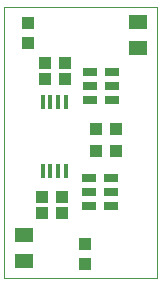
<source format=gtp>
G75*
G70*
%OFA0B0*%
%FSLAX24Y24*%
%IPPOS*%
%LPD*%
%AMOC8*
5,1,8,0,0,1.08239X$1,22.5*
%
%ADD10C,0.0000*%
%ADD11R,0.0630X0.0472*%
%ADD12R,0.0394X0.0433*%
%ADD13R,0.0433X0.0394*%
%ADD14R,0.0138X0.0472*%
%ADD15R,0.0494X0.0276*%
D10*
X000900Y000980D02*
X000900Y010035D01*
X006018Y010035D01*
X006018Y000980D01*
X000900Y000980D01*
D11*
X001578Y001568D03*
X001578Y002434D03*
X005382Y008649D03*
X005382Y009516D03*
D12*
X004635Y005940D03*
X003965Y005940D03*
X002955Y007620D03*
X002955Y008140D03*
X002285Y008140D03*
X002285Y007620D03*
X002165Y003700D03*
X002165Y003140D03*
X002835Y003140D03*
X002835Y003700D03*
D13*
X003620Y002115D03*
X003620Y001445D03*
X003965Y005220D03*
X004635Y005220D03*
X001700Y008805D03*
X001700Y009475D03*
D14*
X002196Y006852D03*
X002452Y006852D03*
X002708Y006852D03*
X002964Y006852D03*
X002964Y004548D03*
X002708Y004548D03*
X002452Y004548D03*
X002196Y004548D03*
D15*
X003726Y004332D03*
X003726Y003860D03*
X003726Y003388D03*
X004474Y003388D03*
X004474Y003860D03*
X004474Y004332D03*
X004514Y006908D03*
X004514Y007380D03*
X004514Y007852D03*
X003766Y007852D03*
X003766Y007380D03*
X003766Y006908D03*
M02*

</source>
